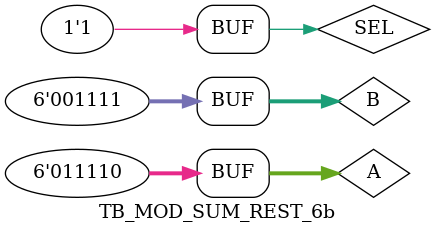
<source format=v>
`timescale 1ns / 1ps


module TB_MOD_SUM_REST_6b(
    );
    reg SEL;
    reg signed [5:0] A;
    reg signed [5:0] B;
    wire [5:0] Y;
    wire Cout;
    
    //implementation 
    MOD_SUM_REST_6b UUT (SEL,A,B,Y,Cout);
    
    //Stimulus
    initial begin
    SEL=1;// quiero restar
    A = 6'b011110; //-20
    B = 6'b001111; //-15
    //R=-5
    end
    
   
endmodule

</source>
